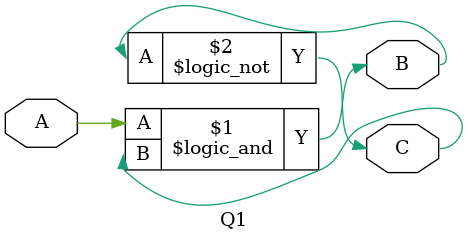
<source format=v>
`timescale 1ns / 1ps
module Q1(A, B, C);
  input wire A;
  output wire B, C;

  assign #3 B = A && C;
  assign #2 C = !B;
endmodule
</source>
